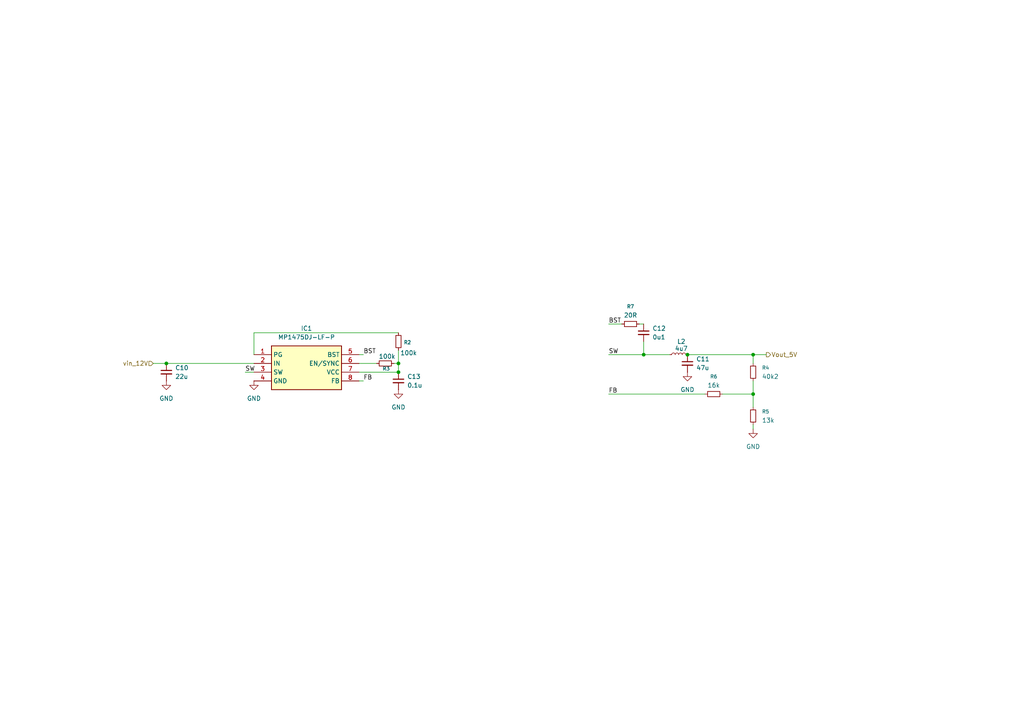
<source format=kicad_sch>
(kicad_sch (version 20250114) (generator "eeschema") (generator_version "9.0")
  (paper "A4")
  (lib_symbols
    (symbol "Device:C_Small" (pin_numbers (hide yes)) (pin_names (offset 0.254) (hide yes))
      (property "Reference" "C" (at 0.254 1.778 0))
      (property "Value" "C_Small" (at 0.254 -2.032 0))
      (symbol "C_Small_0_1"
        (polyline (pts (xy -1.524 0.508) (xy 1.524 0.508)) (stroke (width 0.3048)))
        (polyline (pts (xy -1.524 -0.508) (xy 1.524 -0.508)) (stroke (width 0.3302)))
      )
      (symbol "C_Small_1_1"
        (pin passive line (at 0 2.54 270) (length 2.032) (name "~") (number "1"))
        (pin passive line (at 0 -2.54 90) (length 2.032) (name "~") (number "2"))
      )
    )
    (symbol "Device:L_Small" (pin_numbers (hide yes)) (pin_names (offset 0.254) (hide yes))
      (property "Reference" "L" (at 0.762 1.016 0))
      (property "Value" "L_Small" (at 0.762 -1.016 0))
      (symbol "L_Small_0_1"
        (arc (start 0 2.032) (mid 0.5058 1.524) (end 0 1.016))
        (arc (start 0 1.016) (mid 0.5058 0.508) (end 0 0))
        (arc (start 0 0) (mid 0.5058 -0.508) (end 0 -1.016))
        (arc (start 0 -1.016) (mid 0.5058 -1.524) (end 0 -2.032))
      )
      (symbol "L_Small_1_1"
        (pin passive line (at 0 2.54 270) (length 0.508) (name "~") (number "1"))
        (pin passive line (at 0 -2.54 90) (length 0.508) (name "~") (number "2"))
      )
    )
    (symbol "Device:R_Small" (pin_numbers (hide yes)) (pin_names (offset 0.254) (hide yes))
      (property "Reference" "R" (at 0 0 90))
      (property "Value" "R_Small" (at 1.778 0 90))
      (symbol "R_Small_0_1"
        (rectangle (start -0.762 1.778) (end 0.762 -1.778) (stroke (width 0.2032)))
      )
      (symbol "R_Small_1_1"
        (pin passive line (at 0 2.54 270) (length 0.762) (name "~") (number "1"))
        (pin passive line (at 0 -2.54 90) (length 0.762) (name "~") (number "2"))
      )
    )
    (symbol "MP1475DJ-LF-P:MP1475DJ-LF-P"
      (property "Reference" "IC" (at 26.67 7.62 0))
      (property "Value" "MP1475DJ-LF-P" (at 26.67 5.08 0))
      (symbol "MP1475DJ-LF-P_1_1"
        (rectangle (start 5.08 2.54) (end 25.4 -10.16) (stroke (width 0.254)) (fill (type background)))
        (pin passive line (at 0 0 0) (length 5.08) (name "PG") (number "1"))
        (pin passive line (at 0 -2.54 0) (length 5.08) (name "IN") (number "2"))
        (pin passive line (at 0 -5.08 0) (length 5.08) (name "SW") (number "3"))
        (pin passive line (at 0 -7.62 0) (length 5.08) (name "GND") (number "4"))
        (pin passive line (at 30.48 0 180) (length 5.08) (name "BST") (number "5"))
        (pin passive line (at 30.48 -2.54 180) (length 5.08) (name "EN/SYNC") (number "6"))
        (pin passive line (at 30.48 -5.08 180) (length 5.08) (name "VCC") (number "7"))
        (pin passive line (at 30.48 -7.62 180) (length 5.08) (name "FB") (number "8"))
      )
    )
    (symbol "power:GND" (power) (pin_numbers (hide yes)) (pin_names (offset 0) (hide yes))
      (property "Value" "GND" (at 0 -3.81 0))
      (symbol "GND_0_1"
        (polyline (pts (xy 0 0) (xy 0 -1.27) (xy 1.27 -1.27) (xy 0 -2.54) (xy -1.27 -1.27) (xy 0 -1.27)))
      )
      (symbol "GND_1_1"
        (pin power_in line (at 0 0 270) (length 0) (name "~") (number "1"))
      )
    )
  )
  (junction (at 48.26 105.41))
  (junction (at 115.57 105.41))
  (junction (at 186.69 102.87))
  (junction (at 218.44 114.3))
  (junction (at 199.39 102.87))
  (junction (at 218.44 102.87))
  (junction (at 115.57 107.95))
  (wire (pts (xy 105.41 102.87) (xy 104.14 102.87)))
  (wire (pts (xy 209.55 114.3) (xy 218.44 114.3)))
  (wire (pts (xy 44.45 105.41) (xy 48.26 105.41)))
  (wire (pts (xy 105.41 110.49) (xy 104.14 110.49)))
  (wire (pts (xy 109.22 105.41) (xy 104.14 105.41)))
  (wire (pts (xy 73.66 96.52) (xy 73.66 102.87)))
  (wire (pts (xy 218.44 123.19) (xy 218.44 124.46)))
  (wire (pts (xy 218.44 105.41) (xy 218.44 102.87)))
  (wire (pts (xy 185.42 93.98) (xy 186.69 93.98)))
  (wire (pts (xy 186.69 102.87) (xy 186.69 99.06)))
  (wire (pts (xy 176.53 102.87) (xy 186.69 102.87)))
  (wire (pts (xy 176.53 93.98) (xy 180.34 93.98)))
  (wire (pts (xy 218.44 102.87) (xy 222.25 102.87)))
  (wire (pts (xy 71.12 107.95) (xy 73.66 107.95)))
  (wire (pts (xy 218.44 102.87) (xy 199.39 102.87)))
  (wire (pts (xy 218.44 114.3) (xy 218.44 118.11)))
  (wire (pts (xy 104.14 107.95) (xy 115.57 107.95)))
  (wire (pts (xy 176.53 114.3) (xy 204.47 114.3)))
  (wire (pts (xy 115.57 96.52) (xy 73.66 96.52)))
  (wire (pts (xy 186.69 102.87) (xy 194.31 102.87)))
  (wire (pts (xy 115.57 107.95) (xy 115.57 105.41)))
  (wire (pts (xy 48.26 105.41) (xy 73.66 105.41)))
  (wire (pts (xy 114.3 105.41) (xy 115.57 105.41)))
  (wire (pts (xy 115.57 105.41) (xy 115.57 101.6)))
  (wire (pts (xy 218.44 110.49) (xy 218.44 114.3)))
  (label "FB" (at 176.53 114.3 0))
  (label "FB" (at 105.41 110.49 0))
  (label "BST" (at 105.41 102.87 0))
  (label "SW" (at 71.12 107.95 0))
  (label "BST" (at 176.53 93.98 0))
  (label "SW" (at 176.53 102.87 0))
  (hierarchical_label "Vout_5V" (shape output) (at 222.25 102.87 0))
  (hierarchical_label "vin_12V" (shape input) (at 44.45 105.41 180))
  (symbol (lib_id "power:GND") (at 48.26 110.49 0) (unit 1)
    (property "Reference" "#PWR014" (effects (hide yes)))
    (property "Value" "GND" (at 48.26 115.57 0))
    (property "Description" "Power symbol creates a global label with name \"GND\" , ground" (effects (hide yes)))
  )
  (symbol (lib_id "Device:L_Small") (at 196.85 102.87 90) (unit 1)
    (property "Reference" "L2" (at 197.612 99.06 90))
    (property "Value" "4u7" (at 197.612 101.092 90))
    (property "Description" "Inductor, small symbol" (effects (hide yes)))
  )
  (symbol (lib_id "Device:R_Small") (at 218.44 107.95 0) (unit 1)
    (property "Reference" "R4" (at 220.98 106.6799 0) (effects (font (size 1.016 1.016)) (justify left)))
    (property "Value" "40k2" (at 220.98 109.2199 0) (effects (justify left)))
    (property "Description" "Resistor, small symbol" (effects (hide yes)))
  )
  (symbol (lib_id "MP1475DJ-LF-P:MP1475DJ-LF-P") (at 73.66 102.87 0) (unit 1)
    (property "Reference" "IC1" (at 88.9 95.25 0))
    (property "Value" "MP1475DJ-LF-P" (at 88.9 97.79 0))
    (property "Footprint" "Library1:SOT65P280X100-8N" (effects (hide yes)))
    (property "Datasheet" "https://www.monolithicpower.com/en/documentview/productdocument/index/version/2/document_type/Datasheet/lang/en/sku/MP1475/document_id/342" (effects (hide yes)))
    (property "Description" "Switching Voltage Regulators 3A, 16V, 500kHz Sync, Stp-Dwn Cnvrtr" (effects (hide yes)))
    (property "Height" "1" (effects (hide yes)))
    (property "Manufacturer_Name" "Monolithic Power Systems (MPS)" (effects (hide yes)))
    (property "Manufacturer_Part_Number" "MP1475DJ-LF-P" (effects (hide yes)))
  )
  (symbol (lib_id "Device:R_Small") (at 115.57 99.06 0) (unit 1)
    (property "Reference" "R2" (at 117.094 99.314 0) (effects (font (size 1.016 1.016)) (justify left)))
    (property "Value" "100k" (at 116.078 102.362 0) (effects (justify left)))
    (property "Description" "Resistor, small symbol" (effects (hide yes)))
  )
  (symbol (lib_id "Device:R_Small") (at 207.01 114.3 90) (unit 1)
    (property "Reference" "R6" (at 207.01 109.22 90) (effects (font (size 1.016 1.016))))
    (property "Value" "16k" (at 207.01 111.76 90))
    (property "Description" "Resistor, small symbol" (effects (hide yes)))
  )
  (symbol (lib_id "power:GND") (at 218.44 124.46 0) (unit 1)
    (property "Reference" "#PWR017" (effects (hide yes)))
    (property "Value" "GND" (at 218.44 129.54 0))
    (property "Description" "Power symbol creates a global label with name \"GND\" , ground" (effects (hide yes)))
  )
  (symbol (lib_id "Device:C_Small") (at 186.69 96.52 0) (unit 1)
    (property "Reference" "C12" (at 189.23 95.2562 0) (effects (justify left)))
    (property "Value" "0u1" (at 189.23 97.7962 0) (effects (justify left)))
    (property "Description" "Unpolarized capacitor, small symbol" (effects (hide yes)))
  )
  (symbol (lib_id "Device:C_Small") (at 48.26 107.95 0) (unit 1)
    (property "Reference" "C10" (at 50.8 106.6862 0) (effects (justify left)))
    (property "Value" "22u" (at 50.8 109.2262 0) (effects (justify left)))
    (property "Description" "Unpolarized capacitor, small symbol" (effects (hide yes)))
  )
  (symbol (lib_id "power:GND") (at 115.57 113.03 0) (unit 1)
    (property "Reference" "#PWR018" (effects (hide yes)))
    (property "Value" "GND" (at 115.57 118.11 0))
    (property "Description" "Power symbol creates a global label with name \"GND\" , ground" (effects (hide yes)))
  )
  (symbol (lib_id "Device:C_Small") (at 115.57 110.49 0) (unit 1)
    (property "Reference" "C13" (at 118.11 109.2262 0) (effects (justify left)))
    (property "Value" "0.1u" (at 118.11 111.7662 0) (effects (justify left)))
    (property "Description" "Unpolarized capacitor, small symbol" (effects (hide yes)))
  )
  (symbol (lib_id "power:GND") (at 73.66 110.49 0) (unit 1)
    (property "Reference" "#PWR015" (effects (hide yes)))
    (property "Value" "GND" (at 73.66 115.57 0))
    (property "Description" "Power symbol creates a global label with name \"GND\" , ground" (effects (hide yes)))
  )
  (symbol (lib_id "Device:R_Small") (at 111.76 105.41 90) (unit 1)
    (property "Reference" "R3" (at 112.014 106.934 90) (effects (font (size 1.016 1.016))))
    (property "Value" "100k" (at 112.268 103.378 90))
    (property "Description" "Resistor, small symbol" (effects (hide yes)))
  )
  (symbol (lib_id "Device:C_Small") (at 199.39 105.41 0) (unit 1)
    (property "Reference" "C11" (at 201.93 104.1462 0) (effects (justify left)))
    (property "Value" "47u" (at 201.93 106.6862 0) (effects (justify left)))
    (property "Description" "Unpolarized capacitor, small symbol" (effects (hide yes)))
  )
  (symbol (lib_id "power:GND") (at 199.39 107.95 0) (unit 1)
    (property "Reference" "#PWR016" (effects (hide yes)))
    (property "Value" "GND" (at 199.39 113.03 0))
    (property "Description" "Power symbol creates a global label with name \"GND\" , ground" (effects (hide yes)))
  )
  (symbol (lib_id "Device:R_Small") (at 182.88 93.98 90) (unit 1)
    (property "Reference" "R7" (at 182.88 88.9 90) (effects (font (size 1.016 1.016))))
    (property "Value" "20R" (at 182.88 91.44 90))
    (property "Description" "Resistor, small symbol" (effects (hide yes)))
  )
  (symbol (lib_id "Device:R_Small") (at 218.44 120.65 0) (unit 1)
    (property "Reference" "R5" (at 220.98 119.3799 0) (effects (font (size 1.016 1.016)) (justify left)))
    (property "Value" "13k" (at 220.98 121.9199 0) (effects (justify left)))
    (property "Description" "Resistor, small symbol" (effects (hide yes)))
  )
)
</source>
